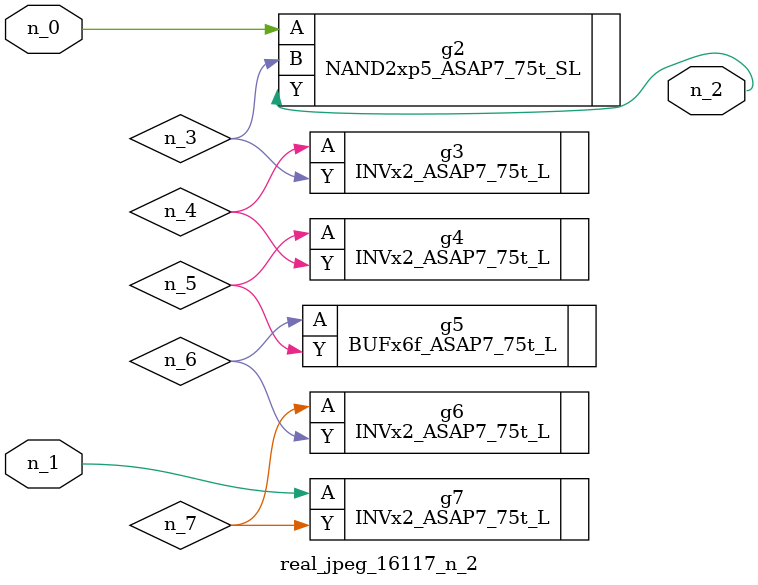
<source format=v>
module real_jpeg_16117_n_2 (n_1, n_0, n_2);

input n_1;
input n_0;

output n_2;

wire n_5;
wire n_4;
wire n_6;
wire n_7;
wire n_3;

NAND2xp5_ASAP7_75t_SL g2 ( 
.A(n_0),
.B(n_3),
.Y(n_2)
);

INVx2_ASAP7_75t_L g7 ( 
.A(n_1),
.Y(n_7)
);

INVx2_ASAP7_75t_L g3 ( 
.A(n_4),
.Y(n_3)
);

INVx2_ASAP7_75t_L g4 ( 
.A(n_5),
.Y(n_4)
);

BUFx6f_ASAP7_75t_L g5 ( 
.A(n_6),
.Y(n_5)
);

INVx2_ASAP7_75t_L g6 ( 
.A(n_7),
.Y(n_6)
);


endmodule
</source>
